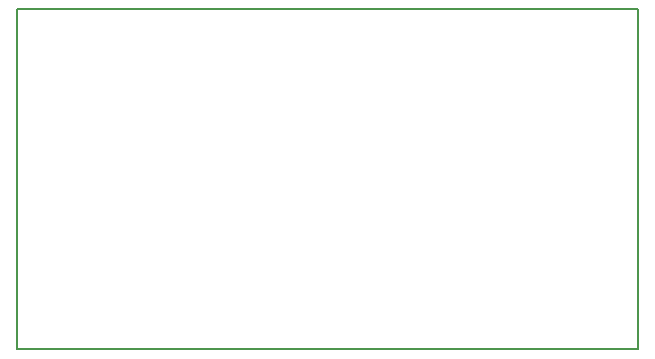
<source format=gm1>
G04 MADE WITH FRITZING*
G04 WWW.FRITZING.ORG*
G04 DOUBLE SIDED*
G04 HOLES PLATED*
G04 CONTOUR ON CENTER OF CONTOUR VECTOR*
%ASAXBY*%
%FSLAX23Y23*%
%MOIN*%
%OFA0B0*%
%SFA1.0B1.0*%
%ADD10R,2.078830X1.141250*%
%ADD11C,0.008000*%
%ADD10C,0.008*%
%LNCONTOUR*%
G90*
G70*
G54D10*
G54D11*
X4Y1137D02*
X2075Y1137D01*
X2075Y4D01*
X4Y4D01*
X4Y1137D01*
D02*
G04 End of contour*
M02*
</source>
